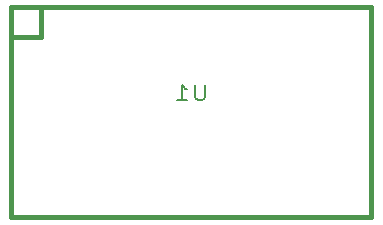
<source format=gbo>
G04 #@! TF.FileFunction,Legend,Bot*
%FSLAX46Y46*%
G04 Gerber Fmt 4.6, Leading zero omitted, Abs format (unit mm)*
G04 Created by KiCad (PCBNEW (2015-01-16 BZR 5376)-product) date 17/05/2015 20:30:34*
%MOMM*%
G01*
G04 APERTURE LIST*
%ADD10C,0.100000*%
%ADD11C,0.381000*%
%ADD12C,0.203200*%
G04 APERTURE END LIST*
D10*
D11*
X170637200Y-150418800D02*
X170637200Y-132638800D01*
X170637200Y-132638800D02*
X201117200Y-132638800D01*
X201117200Y-132638800D02*
X201117200Y-150418800D01*
X201117200Y-150418800D02*
X170637200Y-150418800D01*
X170637200Y-135178800D02*
X173177200Y-135178800D01*
X173177200Y-135178800D02*
X173177200Y-132638800D01*
D12*
X187038343Y-139208324D02*
X187038343Y-140236419D01*
X186965771Y-140357371D01*
X186893200Y-140417848D01*
X186748057Y-140478324D01*
X186457771Y-140478324D01*
X186312629Y-140417848D01*
X186240057Y-140357371D01*
X186167486Y-140236419D01*
X186167486Y-139208324D01*
X184643486Y-140478324D02*
X185514343Y-140478324D01*
X185078915Y-140478324D02*
X185078915Y-139208324D01*
X185224058Y-139389752D01*
X185369200Y-139510705D01*
X185514343Y-139571181D01*
M02*

</source>
